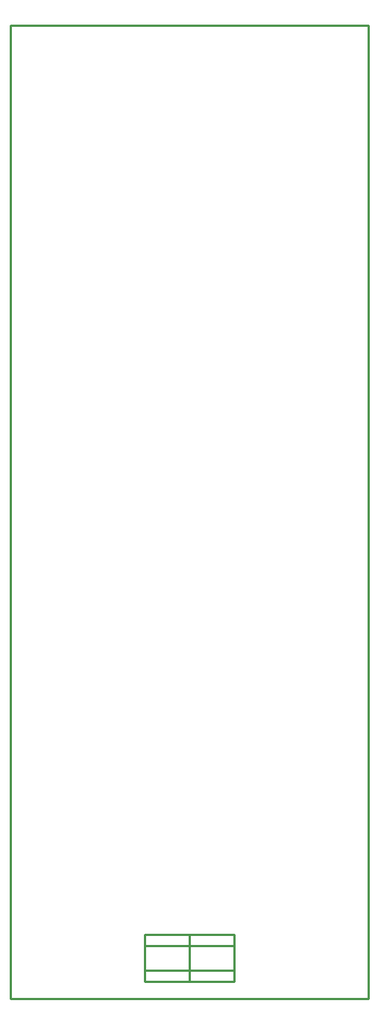
<source format=gko>
G04 Layer: BoardOutlineLayer*
G04 EasyEDA v6.5.29, 2023-07-19 21:55:29*
G04 cd10bac7ed824a03a08366421e07836e,5a6b42c53f6a479593ecc07194224c93,10*
G04 Gerber Generator version 0.2*
G04 Scale: 100 percent, Rotated: No, Reflected: No *
G04 Dimensions in millimeters *
G04 leading zeros omitted , absolute positions ,4 integer and 5 decimal *
%FSLAX45Y45*%
%MOMM*%

%ADD10C,0.2540*%
D10*
X0Y11938000D02*
G01*
X4064000Y11938000D01*
X4064000Y889000D01*
X0Y889000D01*
X0Y11938000D01*
X1524000Y1206500D02*
G01*
X2032000Y1206500D01*
X2032000Y1206500D02*
G01*
X2032000Y1612900D01*
X2032000Y1612900D02*
G01*
X1524000Y1612900D01*
X1524000Y1612900D02*
G01*
X1524000Y1206500D01*
X2032000Y1206500D02*
G01*
X2540000Y1206500D01*
X2540000Y1206500D02*
G01*
X2540000Y1612900D01*
X2540000Y1612900D02*
G01*
X2032000Y1612900D01*
X2032000Y1612900D02*
G01*
X2032000Y1206500D01*
X1524000Y1079500D02*
G01*
X2032000Y1079500D01*
X2032000Y1079500D02*
G01*
X2032000Y1485900D01*
X2032000Y1485900D02*
G01*
X1524000Y1485900D01*
X1524000Y1485900D02*
G01*
X1524000Y1079500D01*
X2032000Y1079500D02*
G01*
X2540000Y1079500D01*
X2540000Y1079500D02*
G01*
X2540000Y1485900D01*
X2540000Y1485900D02*
G01*
X2032000Y1485900D01*
X2032000Y1485900D02*
G01*
X2032000Y1079500D01*

%LPD*%
M02*

</source>
